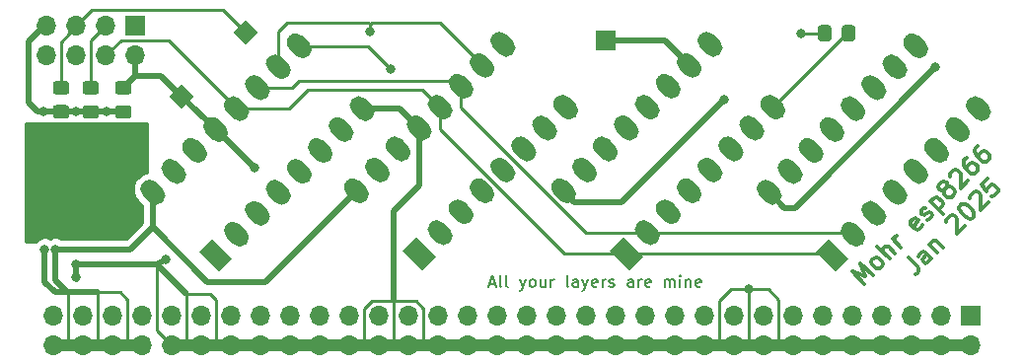
<source format=gbr>
%TF.GenerationSoftware,KiCad,Pcbnew,5.1.9+dfsg1-1+deb11u1*%
%TF.CreationDate,2025-02-02T16:03:13-08:00*%
%TF.ProjectId,esp01Expander,65737030-3145-4787-9061-6e6465722e6b,rev?*%
%TF.SameCoordinates,Original*%
%TF.FileFunction,Copper,L1,Top*%
%TF.FilePolarity,Positive*%
%FSLAX46Y46*%
G04 Gerber Fmt 4.6, Leading zero omitted, Abs format (unit mm)*
G04 Created by KiCad (PCBNEW 5.1.9+dfsg1-1+deb11u1) date 2025-02-02 16:03:13*
%MOMM*%
%LPD*%
G01*
G04 APERTURE LIST*
%TA.AperFunction,NonConductor*%
%ADD10C,0.200000*%
%TD*%
%TA.AperFunction,NonConductor*%
%ADD11C,0.300000*%
%TD*%
%TA.AperFunction,ComponentPad*%
%ADD12R,1.700000X1.700000*%
%TD*%
%TA.AperFunction,ComponentPad*%
%ADD13O,1.700000X1.700000*%
%TD*%
%TA.AperFunction,SMDPad,CuDef*%
%ADD14C,0.100000*%
%TD*%
%TA.AperFunction,ComponentPad*%
%ADD15C,0.100000*%
%TD*%
%TA.AperFunction,ViaPad*%
%ADD16C,0.800000*%
%TD*%
%TA.AperFunction,Conductor*%
%ADD17C,0.250000*%
%TD*%
%TA.AperFunction,Conductor*%
%ADD18C,1.000000*%
%TD*%
%TA.AperFunction,Conductor*%
%ADD19C,0.500000*%
%TD*%
%TA.AperFunction,Conductor*%
%ADD20C,0.254000*%
%TD*%
%TA.AperFunction,Conductor*%
%ADD21C,0.100000*%
%TD*%
G04 APERTURE END LIST*
D10*
X139494761Y-110402666D02*
X139970952Y-110402666D01*
X139399523Y-110688380D02*
X139732857Y-109688380D01*
X140066190Y-110688380D01*
X140542380Y-110688380D02*
X140447142Y-110640761D01*
X140399523Y-110545523D01*
X140399523Y-109688380D01*
X141066190Y-110688380D02*
X140970952Y-110640761D01*
X140923333Y-110545523D01*
X140923333Y-109688380D01*
X142113809Y-110021714D02*
X142351904Y-110688380D01*
X142590000Y-110021714D02*
X142351904Y-110688380D01*
X142256666Y-110926476D01*
X142209047Y-110974095D01*
X142113809Y-111021714D01*
X143113809Y-110688380D02*
X143018571Y-110640761D01*
X142970952Y-110593142D01*
X142923333Y-110497904D01*
X142923333Y-110212190D01*
X142970952Y-110116952D01*
X143018571Y-110069333D01*
X143113809Y-110021714D01*
X143256666Y-110021714D01*
X143351904Y-110069333D01*
X143399523Y-110116952D01*
X143447142Y-110212190D01*
X143447142Y-110497904D01*
X143399523Y-110593142D01*
X143351904Y-110640761D01*
X143256666Y-110688380D01*
X143113809Y-110688380D01*
X144304285Y-110021714D02*
X144304285Y-110688380D01*
X143875714Y-110021714D02*
X143875714Y-110545523D01*
X143923333Y-110640761D01*
X144018571Y-110688380D01*
X144161428Y-110688380D01*
X144256666Y-110640761D01*
X144304285Y-110593142D01*
X144780476Y-110688380D02*
X144780476Y-110021714D01*
X144780476Y-110212190D02*
X144828095Y-110116952D01*
X144875714Y-110069333D01*
X144970952Y-110021714D01*
X145066190Y-110021714D01*
X146304285Y-110688380D02*
X146209047Y-110640761D01*
X146161428Y-110545523D01*
X146161428Y-109688380D01*
X147113809Y-110688380D02*
X147113809Y-110164571D01*
X147066190Y-110069333D01*
X146970952Y-110021714D01*
X146780476Y-110021714D01*
X146685238Y-110069333D01*
X147113809Y-110640761D02*
X147018571Y-110688380D01*
X146780476Y-110688380D01*
X146685238Y-110640761D01*
X146637619Y-110545523D01*
X146637619Y-110450285D01*
X146685238Y-110355047D01*
X146780476Y-110307428D01*
X147018571Y-110307428D01*
X147113809Y-110259809D01*
X147494761Y-110021714D02*
X147732857Y-110688380D01*
X147970952Y-110021714D02*
X147732857Y-110688380D01*
X147637619Y-110926476D01*
X147590000Y-110974095D01*
X147494761Y-111021714D01*
X148732857Y-110640761D02*
X148637619Y-110688380D01*
X148447142Y-110688380D01*
X148351904Y-110640761D01*
X148304285Y-110545523D01*
X148304285Y-110164571D01*
X148351904Y-110069333D01*
X148447142Y-110021714D01*
X148637619Y-110021714D01*
X148732857Y-110069333D01*
X148780476Y-110164571D01*
X148780476Y-110259809D01*
X148304285Y-110355047D01*
X149209047Y-110688380D02*
X149209047Y-110021714D01*
X149209047Y-110212190D02*
X149256666Y-110116952D01*
X149304285Y-110069333D01*
X149399523Y-110021714D01*
X149494761Y-110021714D01*
X149780476Y-110640761D02*
X149875714Y-110688380D01*
X150066190Y-110688380D01*
X150161428Y-110640761D01*
X150209047Y-110545523D01*
X150209047Y-110497904D01*
X150161428Y-110402666D01*
X150066190Y-110355047D01*
X149923333Y-110355047D01*
X149828095Y-110307428D01*
X149780476Y-110212190D01*
X149780476Y-110164571D01*
X149828095Y-110069333D01*
X149923333Y-110021714D01*
X150066190Y-110021714D01*
X150161428Y-110069333D01*
X151828095Y-110688380D02*
X151828095Y-110164571D01*
X151780476Y-110069333D01*
X151685238Y-110021714D01*
X151494761Y-110021714D01*
X151399523Y-110069333D01*
X151828095Y-110640761D02*
X151732857Y-110688380D01*
X151494761Y-110688380D01*
X151399523Y-110640761D01*
X151351904Y-110545523D01*
X151351904Y-110450285D01*
X151399523Y-110355047D01*
X151494761Y-110307428D01*
X151732857Y-110307428D01*
X151828095Y-110259809D01*
X152304285Y-110688380D02*
X152304285Y-110021714D01*
X152304285Y-110212190D02*
X152351904Y-110116952D01*
X152399523Y-110069333D01*
X152494761Y-110021714D01*
X152590000Y-110021714D01*
X153304285Y-110640761D02*
X153209047Y-110688380D01*
X153018571Y-110688380D01*
X152923333Y-110640761D01*
X152875714Y-110545523D01*
X152875714Y-110164571D01*
X152923333Y-110069333D01*
X153018571Y-110021714D01*
X153209047Y-110021714D01*
X153304285Y-110069333D01*
X153351904Y-110164571D01*
X153351904Y-110259809D01*
X152875714Y-110355047D01*
X154542380Y-110688380D02*
X154542380Y-110021714D01*
X154542380Y-110116952D02*
X154590000Y-110069333D01*
X154685238Y-110021714D01*
X154828095Y-110021714D01*
X154923333Y-110069333D01*
X154970952Y-110164571D01*
X154970952Y-110688380D01*
X154970952Y-110164571D02*
X155018571Y-110069333D01*
X155113809Y-110021714D01*
X155256666Y-110021714D01*
X155351904Y-110069333D01*
X155399523Y-110164571D01*
X155399523Y-110688380D01*
X155875714Y-110688380D02*
X155875714Y-110021714D01*
X155875714Y-109688380D02*
X155828095Y-109736000D01*
X155875714Y-109783619D01*
X155923333Y-109736000D01*
X155875714Y-109688380D01*
X155875714Y-109783619D01*
X156351904Y-110021714D02*
X156351904Y-110688380D01*
X156351904Y-110116952D02*
X156399523Y-110069333D01*
X156494761Y-110021714D01*
X156637619Y-110021714D01*
X156732857Y-110069333D01*
X156780476Y-110164571D01*
X156780476Y-110688380D01*
X157637619Y-110640761D02*
X157542380Y-110688380D01*
X157351904Y-110688380D01*
X157256666Y-110640761D01*
X157209047Y-110545523D01*
X157209047Y-110164571D01*
X157256666Y-110069333D01*
X157351904Y-110021714D01*
X157542380Y-110021714D01*
X157637619Y-110069333D01*
X157685238Y-110164571D01*
X157685238Y-110259809D01*
X157209047Y-110355047D01*
D11*
X171694691Y-110417831D02*
X170634031Y-109357171D01*
X171745199Y-109761232D01*
X171341138Y-108650064D01*
X172401798Y-109710724D01*
X173058397Y-109054125D02*
X172906874Y-109104633D01*
X172805859Y-109104633D01*
X172654336Y-109054125D01*
X172351290Y-108751079D01*
X172300783Y-108599556D01*
X172300783Y-108498541D01*
X172351290Y-108347018D01*
X172502813Y-108195495D01*
X172654336Y-108144988D01*
X172755351Y-108144988D01*
X172906874Y-108195495D01*
X173209920Y-108498541D01*
X173260427Y-108650064D01*
X173260427Y-108751079D01*
X173209920Y-108902602D01*
X173058397Y-109054125D01*
X173866519Y-108246003D02*
X172805859Y-107185343D01*
X174321088Y-107791434D02*
X173765504Y-107235850D01*
X173613981Y-107185343D01*
X173462458Y-107235850D01*
X173310935Y-107387373D01*
X173260427Y-107538896D01*
X173260427Y-107639911D01*
X174826164Y-107286358D02*
X174119057Y-106579251D01*
X174321088Y-106781282D02*
X174270580Y-106629759D01*
X174270580Y-106528744D01*
X174321088Y-106377221D01*
X174422103Y-106276205D01*
X176644439Y-105367068D02*
X176593931Y-105518591D01*
X176391900Y-105720622D01*
X176240377Y-105771129D01*
X176088855Y-105720622D01*
X175684794Y-105316561D01*
X175634286Y-105165038D01*
X175684794Y-105013515D01*
X175886824Y-104811484D01*
X176038347Y-104760977D01*
X176189870Y-104811484D01*
X176290885Y-104912500D01*
X175886824Y-105518591D01*
X177099007Y-104912500D02*
X177250530Y-104861992D01*
X177452561Y-104659961D01*
X177503068Y-104508439D01*
X177452561Y-104356916D01*
X177402053Y-104306408D01*
X177250530Y-104255900D01*
X177099007Y-104306408D01*
X176947484Y-104457931D01*
X176795961Y-104508439D01*
X176644439Y-104457931D01*
X176593931Y-104407423D01*
X176543423Y-104255900D01*
X176593931Y-104104377D01*
X176745454Y-103952855D01*
X176896977Y-103902347D01*
X177351545Y-103346763D02*
X178412205Y-104407423D01*
X177402053Y-103397271D02*
X177452561Y-103245748D01*
X177654591Y-103043717D01*
X177806114Y-102993210D01*
X177907129Y-102993210D01*
X178058652Y-103043717D01*
X178361698Y-103346763D01*
X178412205Y-103498286D01*
X178412205Y-103599301D01*
X178361698Y-103750824D01*
X178159667Y-103952855D01*
X178008144Y-104003362D01*
X178563728Y-102336611D02*
X178412205Y-102387118D01*
X178311190Y-102387118D01*
X178159667Y-102336611D01*
X178109160Y-102286103D01*
X178058652Y-102134580D01*
X178058652Y-102033565D01*
X178109160Y-101882042D01*
X178311190Y-101680011D01*
X178462713Y-101629504D01*
X178563728Y-101629504D01*
X178715251Y-101680011D01*
X178765759Y-101730519D01*
X178816266Y-101882042D01*
X178816266Y-101983057D01*
X178765759Y-102134580D01*
X178563728Y-102336611D01*
X178513221Y-102488133D01*
X178513221Y-102589149D01*
X178563728Y-102740672D01*
X178765759Y-102942702D01*
X178917282Y-102993210D01*
X179018297Y-102993210D01*
X179169820Y-102942702D01*
X179371850Y-102740672D01*
X179422358Y-102589149D01*
X179422358Y-102488133D01*
X179371850Y-102336611D01*
X179169820Y-102134580D01*
X179018297Y-102084072D01*
X178917282Y-102084072D01*
X178765759Y-102134580D01*
X179018297Y-101174935D02*
X179018297Y-101073920D01*
X179068805Y-100922397D01*
X179321343Y-100669859D01*
X179472866Y-100619351D01*
X179573881Y-100619351D01*
X179725404Y-100669859D01*
X179826419Y-100770874D01*
X179927434Y-100972905D01*
X179927434Y-102185088D01*
X180584033Y-101528488D01*
X180432511Y-99558691D02*
X180230480Y-99760722D01*
X180179972Y-99912244D01*
X180179972Y-100013260D01*
X180230480Y-100265798D01*
X180382003Y-100518336D01*
X180786064Y-100922397D01*
X180937587Y-100972905D01*
X181038602Y-100972905D01*
X181190125Y-100922397D01*
X181392155Y-100720366D01*
X181442663Y-100568844D01*
X181442663Y-100467828D01*
X181392155Y-100316305D01*
X181139617Y-100063767D01*
X180988094Y-100013260D01*
X180887079Y-100013260D01*
X180735556Y-100063767D01*
X180533526Y-100265798D01*
X180483018Y-100417321D01*
X180483018Y-100518336D01*
X180533526Y-100669859D01*
X181442663Y-98548538D02*
X181240633Y-98750569D01*
X181190125Y-98902092D01*
X181190125Y-99003107D01*
X181240633Y-99255645D01*
X181392155Y-99508183D01*
X181796216Y-99912244D01*
X181947739Y-99962752D01*
X182048755Y-99962752D01*
X182200277Y-99912244D01*
X182402308Y-99710214D01*
X182452816Y-99558691D01*
X182452816Y-99457676D01*
X182402308Y-99306153D01*
X182149770Y-99053615D01*
X181998247Y-99003107D01*
X181897232Y-99003107D01*
X181745709Y-99053615D01*
X181543678Y-99255645D01*
X181493171Y-99407168D01*
X181493171Y-99508183D01*
X181543678Y-99659706D01*
X175442357Y-108155089D02*
X176199971Y-108912703D01*
X176300986Y-109114734D01*
X176300986Y-109316764D01*
X176199971Y-109518795D01*
X176098956Y-109619810D01*
X177462662Y-108256104D02*
X176907078Y-107700520D01*
X176755555Y-107650013D01*
X176604032Y-107700520D01*
X176402002Y-107902551D01*
X176351494Y-108054074D01*
X177412154Y-108205597D02*
X177361647Y-108357119D01*
X177109108Y-108609658D01*
X176957585Y-108660165D01*
X176806063Y-108609658D01*
X176705047Y-108508642D01*
X176654540Y-108357119D01*
X176705047Y-108205597D01*
X176957585Y-107953058D01*
X177008093Y-107801536D01*
X177260631Y-107043921D02*
X177967738Y-107751028D01*
X177361647Y-107144936D02*
X177361647Y-107043921D01*
X177412154Y-106892398D01*
X177563677Y-106740875D01*
X177715200Y-106690368D01*
X177866723Y-106740875D01*
X178422307Y-107296459D01*
X178725352Y-105074124D02*
X178725352Y-104973108D01*
X178775860Y-104821585D01*
X179028398Y-104569047D01*
X179179921Y-104518540D01*
X179280936Y-104518540D01*
X179432459Y-104569047D01*
X179533474Y-104670063D01*
X179634490Y-104872093D01*
X179634490Y-106084276D01*
X180291089Y-105427677D01*
X179887028Y-103710418D02*
X179988043Y-103609402D01*
X180139566Y-103558895D01*
X180240581Y-103558895D01*
X180392104Y-103609402D01*
X180644642Y-103760925D01*
X180897180Y-104013463D01*
X181048703Y-104266002D01*
X181099211Y-104417524D01*
X181099211Y-104518540D01*
X181048703Y-104670063D01*
X180947688Y-104771078D01*
X180796165Y-104821585D01*
X180695150Y-104821585D01*
X180543627Y-104771078D01*
X180291089Y-104619555D01*
X180038551Y-104367017D01*
X179887028Y-104114479D01*
X179836520Y-103962956D01*
X179836520Y-103861941D01*
X179887028Y-103710418D01*
X180745658Y-103053819D02*
X180745658Y-102952803D01*
X180796165Y-102801280D01*
X181048703Y-102548742D01*
X181200226Y-102498235D01*
X181301241Y-102498235D01*
X181452764Y-102548742D01*
X181553780Y-102649758D01*
X181654795Y-102851788D01*
X181654795Y-104063971D01*
X182311394Y-103407372D01*
X182210379Y-101387067D02*
X181705302Y-101892143D01*
X182159871Y-102447727D01*
X182159871Y-102346712D01*
X182210379Y-102195189D01*
X182462917Y-101942651D01*
X182614440Y-101892143D01*
X182715455Y-101892143D01*
X182866978Y-101942651D01*
X183119516Y-102195189D01*
X183170024Y-102346712D01*
X183170024Y-102447727D01*
X183119516Y-102599250D01*
X182866978Y-102851788D01*
X182715455Y-102902296D01*
X182614440Y-102902296D01*
D12*
%TO.P,J3,1*%
%TO.N,Net-(J3-Pad1)*%
X149479000Y-89535000D03*
%TD*%
D13*
%TO.P,J2,8*%
%TO.N,Net-(J2-Pad8)*%
X101473000Y-90805000D03*
%TO.P,J2,7*%
%TO.N,+3V3*%
X101473000Y-88265000D03*
%TO.P,J2,6*%
%TO.N,Net-(J2-Pad6)*%
X104013000Y-90805000D03*
%TO.P,J2,5*%
%TO.N,Net-(J2-Pad5)*%
X104013000Y-88265000D03*
%TO.P,J2,4*%
%TO.N,Net-(J2-Pad4)*%
X106553000Y-90805000D03*
%TO.P,J2,3*%
%TO.N,Net-(J2-Pad3)*%
X106553000Y-88265000D03*
%TO.P,J2,2*%
%TO.N,GND*%
X109093000Y-90805000D03*
D12*
%TO.P,J2,1*%
%TO.N,Net-(J2-Pad1)*%
X109093000Y-88265000D03*
%TD*%
%TO.P,C2,2*%
%TO.N,GND*%
%TA.AperFunction,SMDPad,CuDef*%
G36*
G01*
X108527001Y-94174000D02*
X107626999Y-94174000D01*
G75*
G02*
X107377000Y-93924001I0J249999D01*
G01*
X107377000Y-93273999D01*
G75*
G02*
X107626999Y-93024000I249999J0D01*
G01*
X108527001Y-93024000D01*
G75*
G02*
X108777000Y-93273999I0J-249999D01*
G01*
X108777000Y-93924001D01*
G75*
G02*
X108527001Y-94174000I-249999J0D01*
G01*
G37*
%TD.AperFunction*%
%TO.P,C2,1*%
%TO.N,+3V3*%
%TA.AperFunction,SMDPad,CuDef*%
G36*
G01*
X108527001Y-96224000D02*
X107626999Y-96224000D01*
G75*
G02*
X107377000Y-95974001I0J249999D01*
G01*
X107377000Y-95323999D01*
G75*
G02*
X107626999Y-95074000I249999J0D01*
G01*
X108527001Y-95074000D01*
G75*
G02*
X108777000Y-95323999I0J-249999D01*
G01*
X108777000Y-95974001D01*
G75*
G02*
X108527001Y-96224000I-249999J0D01*
G01*
G37*
%TD.AperFunction*%
%TD*%
%TO.P,D1,2*%
%TO.N,Net-(D1-Pad2)*%
%TA.AperFunction,SMDPad,CuDef*%
G36*
G01*
X168850000Y-88449999D02*
X168850000Y-89350001D01*
G75*
G02*
X168600001Y-89600000I-249999J0D01*
G01*
X167949999Y-89600000D01*
G75*
G02*
X167700000Y-89350001I0J249999D01*
G01*
X167700000Y-88449999D01*
G75*
G02*
X167949999Y-88200000I249999J0D01*
G01*
X168600001Y-88200000D01*
G75*
G02*
X168850000Y-88449999I0J-249999D01*
G01*
G37*
%TD.AperFunction*%
%TO.P,D1,1*%
%TO.N,GND*%
%TA.AperFunction,SMDPad,CuDef*%
G36*
G01*
X170900000Y-88449999D02*
X170900000Y-89350001D01*
G75*
G02*
X170650001Y-89600000I-249999J0D01*
G01*
X169999999Y-89600000D01*
G75*
G02*
X169750000Y-89350001I0J249999D01*
G01*
X169750000Y-88449999D01*
G75*
G02*
X169999999Y-88200000I249999J0D01*
G01*
X170650001Y-88200000D01*
G75*
G02*
X170900000Y-88449999I0J-249999D01*
G01*
G37*
%TD.AperFunction*%
%TD*%
%TA.AperFunction,SMDPad,CuDef*%
D14*
%TO.P,SW1,2*%
%TO.N,GND*%
G36*
X113066284Y-93264056D02*
G01*
X114126944Y-94324716D01*
X113066284Y-95385376D01*
X112005624Y-94324716D01*
X113066284Y-93264056D01*
G37*
%TD.AperFunction*%
%TA.AperFunction,SMDPad,CuDef*%
%TO.P,SW1,1*%
%TO.N,Net-(J2-Pad5)*%
G36*
X118581716Y-87748624D02*
G01*
X119642376Y-88809284D01*
X118581716Y-89869944D01*
X117521056Y-88809284D01*
X118581716Y-87748624D01*
G37*
%TD.AperFunction*%
%TD*%
%TO.P,R3,2*%
%TO.N,+3V3*%
%TA.AperFunction,SMDPad,CuDef*%
G36*
G01*
X102292999Y-95065000D02*
X103193001Y-95065000D01*
G75*
G02*
X103443000Y-95314999I0J-249999D01*
G01*
X103443000Y-95965001D01*
G75*
G02*
X103193001Y-96215000I-249999J0D01*
G01*
X102292999Y-96215000D01*
G75*
G02*
X102043000Y-95965001I0J249999D01*
G01*
X102043000Y-95314999D01*
G75*
G02*
X102292999Y-95065000I249999J0D01*
G01*
G37*
%TD.AperFunction*%
%TO.P,R3,1*%
%TO.N,Net-(J2-Pad5)*%
%TA.AperFunction,SMDPad,CuDef*%
G36*
G01*
X102292999Y-93015000D02*
X103193001Y-93015000D01*
G75*
G02*
X103443000Y-93264999I0J-249999D01*
G01*
X103443000Y-93915001D01*
G75*
G02*
X103193001Y-94165000I-249999J0D01*
G01*
X102292999Y-94165000D01*
G75*
G02*
X102043000Y-93915001I0J249999D01*
G01*
X102043000Y-93264999D01*
G75*
G02*
X102292999Y-93015000I249999J0D01*
G01*
G37*
%TD.AperFunction*%
%TD*%
%TO.P,R2,2*%
%TO.N,+3V3*%
%TA.AperFunction,SMDPad,CuDef*%
G36*
G01*
X104832999Y-95074000D02*
X105733001Y-95074000D01*
G75*
G02*
X105983000Y-95323999I0J-249999D01*
G01*
X105983000Y-95974001D01*
G75*
G02*
X105733001Y-96224000I-249999J0D01*
G01*
X104832999Y-96224000D01*
G75*
G02*
X104583000Y-95974001I0J249999D01*
G01*
X104583000Y-95323999D01*
G75*
G02*
X104832999Y-95074000I249999J0D01*
G01*
G37*
%TD.AperFunction*%
%TO.P,R2,1*%
%TO.N,Net-(J2-Pad3)*%
%TA.AperFunction,SMDPad,CuDef*%
G36*
G01*
X104832999Y-93024000D02*
X105733001Y-93024000D01*
G75*
G02*
X105983000Y-93273999I0J-249999D01*
G01*
X105983000Y-93924001D01*
G75*
G02*
X105733001Y-94174000I-249999J0D01*
G01*
X104832999Y-94174000D01*
G75*
G02*
X104583000Y-93924001I0J249999D01*
G01*
X104583000Y-93273999D01*
G75*
G02*
X104832999Y-93024000I249999J0D01*
G01*
G37*
%TD.AperFunction*%
%TD*%
%TO.P,U4,16*%
%TO.N,+5V*%
%TA.AperFunction,ComponentPad*%
G36*
G01*
X164370374Y-103410374D02*
X164370374Y-103410374D01*
G75*
G02*
X163239004Y-103410374I-565685J565685D01*
G01*
X162673318Y-102844688D01*
G75*
G02*
X162673318Y-101713318I565685J565685D01*
G01*
X162673318Y-101713318D01*
G75*
G02*
X163804688Y-101713318I565685J-565685D01*
G01*
X164370374Y-102279004D01*
G75*
G02*
X164370374Y-103410374I-565685J-565685D01*
G01*
G37*
%TD.AperFunction*%
%TO.P,U4,8*%
%TO.N,GND*%
%TA.AperFunction,ComponentPad*%
G36*
G01*
X182330887Y-96226169D02*
X182330887Y-96226169D01*
G75*
G02*
X181199517Y-96226169I-565685J565685D01*
G01*
X180633831Y-95660483D01*
G75*
G02*
X180633831Y-94529113I565685J565685D01*
G01*
X180633831Y-94529113D01*
G75*
G02*
X181765201Y-94529113I565685J-565685D01*
G01*
X182330887Y-95094799D01*
G75*
G02*
X182330887Y-96226169I-565685J-565685D01*
G01*
G37*
%TD.AperFunction*%
%TO.P,U4,15*%
%TA.AperFunction,ComponentPad*%
G36*
G01*
X166166426Y-101614323D02*
X166166426Y-101614323D01*
G75*
G02*
X165035056Y-101614323I-565685J565685D01*
G01*
X164469370Y-101048637D01*
G75*
G02*
X164469370Y-99917267I565685J565685D01*
G01*
X164469370Y-99917267D01*
G75*
G02*
X165600740Y-99917267I565685J-565685D01*
G01*
X166166426Y-100482953D01*
G75*
G02*
X166166426Y-101614323I-565685J-565685D01*
G01*
G37*
%TD.AperFunction*%
%TO.P,U4,7*%
%TO.N,Net-(U4-Pad7)*%
%TA.AperFunction,ComponentPad*%
G36*
G01*
X180534835Y-98022221D02*
X180534835Y-98022221D01*
G75*
G02*
X179403465Y-98022221I-565685J565685D01*
G01*
X178837779Y-97456535D01*
G75*
G02*
X178837779Y-96325165I565685J565685D01*
G01*
X178837779Y-96325165D01*
G75*
G02*
X179969149Y-96325165I565685J-565685D01*
G01*
X180534835Y-96890851D01*
G75*
G02*
X180534835Y-98022221I-565685J-565685D01*
G01*
G37*
%TD.AperFunction*%
%TO.P,U4,14*%
%TO.N,Net-(J1-Pad9)*%
%TA.AperFunction,ComponentPad*%
G36*
G01*
X167962477Y-99818272D02*
X167962477Y-99818272D01*
G75*
G02*
X166831107Y-99818272I-565685J565685D01*
G01*
X166265421Y-99252586D01*
G75*
G02*
X166265421Y-98121216I565685J565685D01*
G01*
X166265421Y-98121216D01*
G75*
G02*
X167396791Y-98121216I565685J-565685D01*
G01*
X167962477Y-98686902D01*
G75*
G02*
X167962477Y-99818272I-565685J-565685D01*
G01*
G37*
%TD.AperFunction*%
%TO.P,U4,6*%
%TO.N,Net-(J1-Pad1)*%
%TA.AperFunction,ComponentPad*%
G36*
G01*
X178738784Y-99818272D02*
X178738784Y-99818272D01*
G75*
G02*
X177607414Y-99818272I-565685J565685D01*
G01*
X177041728Y-99252586D01*
G75*
G02*
X177041728Y-98121216I565685J565685D01*
G01*
X177041728Y-98121216D01*
G75*
G02*
X178173098Y-98121216I565685J-565685D01*
G01*
X178738784Y-98686902D01*
G75*
G02*
X178738784Y-99818272I-565685J-565685D01*
G01*
G37*
%TD.AperFunction*%
%TO.P,U4,13*%
%TO.N,Net-(J1-Pad11)*%
%TA.AperFunction,ComponentPad*%
G36*
G01*
X169758528Y-98022221D02*
X169758528Y-98022221D01*
G75*
G02*
X168627158Y-98022221I-565685J565685D01*
G01*
X168061472Y-97456535D01*
G75*
G02*
X168061472Y-96325165I565685J565685D01*
G01*
X168061472Y-96325165D01*
G75*
G02*
X169192842Y-96325165I565685J-565685D01*
G01*
X169758528Y-96890851D01*
G75*
G02*
X169758528Y-98022221I-565685J-565685D01*
G01*
G37*
%TD.AperFunction*%
%TO.P,U4,5*%
%TO.N,Net-(J1-Pad3)*%
%TA.AperFunction,ComponentPad*%
G36*
G01*
X176942733Y-101614323D02*
X176942733Y-101614323D01*
G75*
G02*
X175811363Y-101614323I-565685J565685D01*
G01*
X175245677Y-101048637D01*
G75*
G02*
X175245677Y-99917267I565685J565685D01*
G01*
X175245677Y-99917267D01*
G75*
G02*
X176377047Y-99917267I565685J-565685D01*
G01*
X176942733Y-100482953D01*
G75*
G02*
X176942733Y-101614323I-565685J-565685D01*
G01*
G37*
%TD.AperFunction*%
%TO.P,U4,12*%
%TO.N,Net-(J1-Pad13)*%
%TA.AperFunction,ComponentPad*%
G36*
G01*
X171554579Y-96226169D02*
X171554579Y-96226169D01*
G75*
G02*
X170423209Y-96226169I-565685J565685D01*
G01*
X169857523Y-95660483D01*
G75*
G02*
X169857523Y-94529113I565685J565685D01*
G01*
X169857523Y-94529113D01*
G75*
G02*
X170988893Y-94529113I565685J-565685D01*
G01*
X171554579Y-95094799D01*
G75*
G02*
X171554579Y-96226169I-565685J-565685D01*
G01*
G37*
%TD.AperFunction*%
%TO.P,U4,4*%
%TO.N,Net-(J1-Pad5)*%
%TA.AperFunction,ComponentPad*%
G36*
G01*
X175146682Y-103410374D02*
X175146682Y-103410374D01*
G75*
G02*
X174015312Y-103410374I-565685J565685D01*
G01*
X173449626Y-102844688D01*
G75*
G02*
X173449626Y-101713318I565685J565685D01*
G01*
X173449626Y-101713318D01*
G75*
G02*
X174580996Y-101713318I565685J-565685D01*
G01*
X175146682Y-102279004D01*
G75*
G02*
X175146682Y-103410374I-565685J-565685D01*
G01*
G37*
%TD.AperFunction*%
%TO.P,U4,11*%
%TO.N,Net-(J1-Pad15)*%
%TA.AperFunction,ComponentPad*%
G36*
G01*
X173350630Y-94430118D02*
X173350630Y-94430118D01*
G75*
G02*
X172219260Y-94430118I-565685J565685D01*
G01*
X171653574Y-93864432D01*
G75*
G02*
X171653574Y-92733062I565685J565685D01*
G01*
X171653574Y-92733062D01*
G75*
G02*
X172784944Y-92733062I565685J-565685D01*
G01*
X173350630Y-93298748D01*
G75*
G02*
X173350630Y-94430118I-565685J-565685D01*
G01*
G37*
%TD.AperFunction*%
%TO.P,U4,3*%
%TO.N,Net-(J1-Pad7)*%
%TA.AperFunction,ComponentPad*%
G36*
G01*
X173350630Y-105206426D02*
X173350630Y-105206426D01*
G75*
G02*
X172219260Y-105206426I-565685J565685D01*
G01*
X171653574Y-104640740D01*
G75*
G02*
X171653574Y-103509370I565685J565685D01*
G01*
X171653574Y-103509370D01*
G75*
G02*
X172784944Y-103509370I565685J-565685D01*
G01*
X173350630Y-104075056D01*
G75*
G02*
X173350630Y-105206426I-565685J-565685D01*
G01*
G37*
%TD.AperFunction*%
%TO.P,U4,10*%
%TO.N,Net-(U3-Pad9)*%
%TA.AperFunction,ComponentPad*%
G36*
G01*
X175146682Y-92634067D02*
X175146682Y-92634067D01*
G75*
G02*
X174015312Y-92634067I-565685J565685D01*
G01*
X173449626Y-92068381D01*
G75*
G02*
X173449626Y-90937011I565685J565685D01*
G01*
X173449626Y-90937011D01*
G75*
G02*
X174580996Y-90937011I565685J-565685D01*
G01*
X175146682Y-91502697D01*
G75*
G02*
X175146682Y-92634067I-565685J-565685D01*
G01*
G37*
%TD.AperFunction*%
%TO.P,U4,2*%
%TO.N,Net-(J2-Pad6)*%
%TA.AperFunction,ComponentPad*%
G36*
G01*
X171554579Y-107002477D02*
X171554579Y-107002477D01*
G75*
G02*
X170423209Y-107002477I-565685J565685D01*
G01*
X169857523Y-106436791D01*
G75*
G02*
X169857523Y-105305421I565685J565685D01*
G01*
X169857523Y-105305421D01*
G75*
G02*
X170988893Y-105305421I565685J-565685D01*
G01*
X171554579Y-105871107D01*
G75*
G02*
X171554579Y-107002477I-565685J-565685D01*
G01*
G37*
%TD.AperFunction*%
%TO.P,U4,9*%
%TO.N,Net-(R4-Pad1)*%
%TA.AperFunction,ComponentPad*%
G36*
G01*
X176942733Y-90838016D02*
X176942733Y-90838016D01*
G75*
G02*
X175811363Y-90838016I-565685J565685D01*
G01*
X175245677Y-90272330D01*
G75*
G02*
X175245677Y-89140960I565685J565685D01*
G01*
X175245677Y-89140960D01*
G75*
G02*
X176377047Y-89140960I565685J-565685D01*
G01*
X176942733Y-89706646D01*
G75*
G02*
X176942733Y-90838016I-565685J-565685D01*
G01*
G37*
%TD.AperFunction*%
%TA.AperFunction,ComponentPad*%
D15*
%TO.P,U4,1*%
%TO.N,Net-(J2-Pad4)*%
G36*
X170324214Y-108232843D02*
G01*
X169192843Y-109364214D01*
X167495786Y-107667157D01*
X168627157Y-106535786D01*
X170324214Y-108232843D01*
G37*
%TD.AperFunction*%
%TD*%
%TO.P,U3,16*%
%TO.N,+5V*%
%TA.AperFunction,ComponentPad*%
G36*
G01*
X146718015Y-103282733D02*
X146718015Y-103282733D01*
G75*
G02*
X145586645Y-103282733I-565685J565685D01*
G01*
X145020959Y-102717047D01*
G75*
G02*
X145020959Y-101585677I565685J565685D01*
G01*
X145020959Y-101585677D01*
G75*
G02*
X146152329Y-101585677I565685J-565685D01*
G01*
X146718015Y-102151363D01*
G75*
G02*
X146718015Y-103282733I-565685J-565685D01*
G01*
G37*
%TD.AperFunction*%
%TO.P,U3,8*%
%TO.N,GND*%
%TA.AperFunction,ComponentPad*%
G36*
G01*
X164678528Y-96098528D02*
X164678528Y-96098528D01*
G75*
G02*
X163547158Y-96098528I-565685J565685D01*
G01*
X162981472Y-95532842D01*
G75*
G02*
X162981472Y-94401472I565685J565685D01*
G01*
X162981472Y-94401472D01*
G75*
G02*
X164112842Y-94401472I565685J-565685D01*
G01*
X164678528Y-94967158D01*
G75*
G02*
X164678528Y-96098528I-565685J-565685D01*
G01*
G37*
%TD.AperFunction*%
%TO.P,U3,15*%
%TA.AperFunction,ComponentPad*%
G36*
G01*
X148514067Y-101486682D02*
X148514067Y-101486682D01*
G75*
G02*
X147382697Y-101486682I-565685J565685D01*
G01*
X146817011Y-100920996D01*
G75*
G02*
X146817011Y-99789626I565685J565685D01*
G01*
X146817011Y-99789626D01*
G75*
G02*
X147948381Y-99789626I565685J-565685D01*
G01*
X148514067Y-100355312D01*
G75*
G02*
X148514067Y-101486682I-565685J-565685D01*
G01*
G37*
%TD.AperFunction*%
%TO.P,U3,7*%
%TO.N,Net-(U3-Pad7)*%
%TA.AperFunction,ComponentPad*%
G36*
G01*
X162882476Y-97894580D02*
X162882476Y-97894580D01*
G75*
G02*
X161751106Y-97894580I-565685J565685D01*
G01*
X161185420Y-97328894D01*
G75*
G02*
X161185420Y-96197524I565685J565685D01*
G01*
X161185420Y-96197524D01*
G75*
G02*
X162316790Y-96197524I565685J-565685D01*
G01*
X162882476Y-96763210D01*
G75*
G02*
X162882476Y-97894580I-565685J-565685D01*
G01*
G37*
%TD.AperFunction*%
%TO.P,U3,14*%
%TO.N,Net-(J1-Pad25)*%
%TA.AperFunction,ComponentPad*%
G36*
G01*
X150310118Y-99690631D02*
X150310118Y-99690631D01*
G75*
G02*
X149178748Y-99690631I-565685J565685D01*
G01*
X148613062Y-99124945D01*
G75*
G02*
X148613062Y-97993575I565685J565685D01*
G01*
X148613062Y-97993575D01*
G75*
G02*
X149744432Y-97993575I565685J-565685D01*
G01*
X150310118Y-98559261D01*
G75*
G02*
X150310118Y-99690631I-565685J-565685D01*
G01*
G37*
%TD.AperFunction*%
%TO.P,U3,6*%
%TO.N,Net-(J1-Pad17)*%
%TA.AperFunction,ComponentPad*%
G36*
G01*
X161086425Y-99690631D02*
X161086425Y-99690631D01*
G75*
G02*
X159955055Y-99690631I-565685J565685D01*
G01*
X159389369Y-99124945D01*
G75*
G02*
X159389369Y-97993575I565685J565685D01*
G01*
X159389369Y-97993575D01*
G75*
G02*
X160520739Y-97993575I565685J-565685D01*
G01*
X161086425Y-98559261D01*
G75*
G02*
X161086425Y-99690631I-565685J-565685D01*
G01*
G37*
%TD.AperFunction*%
%TO.P,U3,13*%
%TO.N,Net-(J1-Pad27)*%
%TA.AperFunction,ComponentPad*%
G36*
G01*
X152106169Y-97894580D02*
X152106169Y-97894580D01*
G75*
G02*
X150974799Y-97894580I-565685J565685D01*
G01*
X150409113Y-97328894D01*
G75*
G02*
X150409113Y-96197524I565685J565685D01*
G01*
X150409113Y-96197524D01*
G75*
G02*
X151540483Y-96197524I565685J-565685D01*
G01*
X152106169Y-96763210D01*
G75*
G02*
X152106169Y-97894580I-565685J-565685D01*
G01*
G37*
%TD.AperFunction*%
%TO.P,U3,5*%
%TO.N,Net-(J1-Pad19)*%
%TA.AperFunction,ComponentPad*%
G36*
G01*
X159290374Y-101486682D02*
X159290374Y-101486682D01*
G75*
G02*
X158159004Y-101486682I-565685J565685D01*
G01*
X157593318Y-100920996D01*
G75*
G02*
X157593318Y-99789626I565685J565685D01*
G01*
X157593318Y-99789626D01*
G75*
G02*
X158724688Y-99789626I565685J-565685D01*
G01*
X159290374Y-100355312D01*
G75*
G02*
X159290374Y-101486682I-565685J-565685D01*
G01*
G37*
%TD.AperFunction*%
%TO.P,U3,12*%
%TO.N,Net-(J1-Pad29)*%
%TA.AperFunction,ComponentPad*%
G36*
G01*
X153902220Y-96098528D02*
X153902220Y-96098528D01*
G75*
G02*
X152770850Y-96098528I-565685J565685D01*
G01*
X152205164Y-95532842D01*
G75*
G02*
X152205164Y-94401472I565685J565685D01*
G01*
X152205164Y-94401472D01*
G75*
G02*
X153336534Y-94401472I565685J-565685D01*
G01*
X153902220Y-94967158D01*
G75*
G02*
X153902220Y-96098528I-565685J-565685D01*
G01*
G37*
%TD.AperFunction*%
%TO.P,U3,4*%
%TO.N,Net-(J1-Pad21)*%
%TA.AperFunction,ComponentPad*%
G36*
G01*
X157494323Y-103282733D02*
X157494323Y-103282733D01*
G75*
G02*
X156362953Y-103282733I-565685J565685D01*
G01*
X155797267Y-102717047D01*
G75*
G02*
X155797267Y-101585677I565685J565685D01*
G01*
X155797267Y-101585677D01*
G75*
G02*
X156928637Y-101585677I565685J-565685D01*
G01*
X157494323Y-102151363D01*
G75*
G02*
X157494323Y-103282733I-565685J-565685D01*
G01*
G37*
%TD.AperFunction*%
%TO.P,U3,11*%
%TO.N,Net-(J1-Pad31)*%
%TA.AperFunction,ComponentPad*%
G36*
G01*
X155698271Y-94302477D02*
X155698271Y-94302477D01*
G75*
G02*
X154566901Y-94302477I-565685J565685D01*
G01*
X154001215Y-93736791D01*
G75*
G02*
X154001215Y-92605421I565685J565685D01*
G01*
X154001215Y-92605421D01*
G75*
G02*
X155132585Y-92605421I565685J-565685D01*
G01*
X155698271Y-93171107D01*
G75*
G02*
X155698271Y-94302477I-565685J-565685D01*
G01*
G37*
%TD.AperFunction*%
%TO.P,U3,3*%
%TO.N,Net-(J1-Pad23)*%
%TA.AperFunction,ComponentPad*%
G36*
G01*
X155698271Y-105078785D02*
X155698271Y-105078785D01*
G75*
G02*
X154566901Y-105078785I-565685J565685D01*
G01*
X154001215Y-104513099D01*
G75*
G02*
X154001215Y-103381729I565685J565685D01*
G01*
X154001215Y-103381729D01*
G75*
G02*
X155132585Y-103381729I565685J-565685D01*
G01*
X155698271Y-103947415D01*
G75*
G02*
X155698271Y-105078785I-565685J-565685D01*
G01*
G37*
%TD.AperFunction*%
%TO.P,U3,10*%
%TO.N,Net-(J3-Pad1)*%
%TA.AperFunction,ComponentPad*%
G36*
G01*
X157494323Y-92506426D02*
X157494323Y-92506426D01*
G75*
G02*
X156362953Y-92506426I-565685J565685D01*
G01*
X155797267Y-91940740D01*
G75*
G02*
X155797267Y-90809370I565685J565685D01*
G01*
X155797267Y-90809370D01*
G75*
G02*
X156928637Y-90809370I565685J-565685D01*
G01*
X157494323Y-91375056D01*
G75*
G02*
X157494323Y-92506426I-565685J-565685D01*
G01*
G37*
%TD.AperFunction*%
%TO.P,U3,2*%
%TO.N,Net-(J2-Pad6)*%
%TA.AperFunction,ComponentPad*%
G36*
G01*
X153902220Y-106874836D02*
X153902220Y-106874836D01*
G75*
G02*
X152770850Y-106874836I-565685J565685D01*
G01*
X152205164Y-106309150D01*
G75*
G02*
X152205164Y-105177780I565685J565685D01*
G01*
X152205164Y-105177780D01*
G75*
G02*
X153336534Y-105177780I565685J-565685D01*
G01*
X153902220Y-105743466D01*
G75*
G02*
X153902220Y-106874836I-565685J-565685D01*
G01*
G37*
%TD.AperFunction*%
%TO.P,U3,9*%
%TO.N,Net-(U3-Pad9)*%
%TA.AperFunction,ComponentPad*%
G36*
G01*
X159290374Y-90710375D02*
X159290374Y-90710375D01*
G75*
G02*
X158159004Y-90710375I-565685J565685D01*
G01*
X157593318Y-90144689D01*
G75*
G02*
X157593318Y-89013319I565685J565685D01*
G01*
X157593318Y-89013319D01*
G75*
G02*
X158724688Y-89013319I565685J-565685D01*
G01*
X159290374Y-89579005D01*
G75*
G02*
X159290374Y-90710375I-565685J-565685D01*
G01*
G37*
%TD.AperFunction*%
%TA.AperFunction,ComponentPad*%
%TO.P,U3,1*%
%TO.N,Net-(J2-Pad4)*%
G36*
X152671855Y-108105202D02*
G01*
X151540484Y-109236573D01*
X149843427Y-107539516D01*
X150974798Y-106408145D01*
X152671855Y-108105202D01*
G37*
%TD.AperFunction*%
%TD*%
%TO.P,U2,16*%
%TO.N,+5V*%
%TA.AperFunction,ComponentPad*%
G36*
G01*
X128938015Y-103282733D02*
X128938015Y-103282733D01*
G75*
G02*
X127806645Y-103282733I-565685J565685D01*
G01*
X127240959Y-102717047D01*
G75*
G02*
X127240959Y-101585677I565685J565685D01*
G01*
X127240959Y-101585677D01*
G75*
G02*
X128372329Y-101585677I565685J-565685D01*
G01*
X128938015Y-102151363D01*
G75*
G02*
X128938015Y-103282733I-565685J-565685D01*
G01*
G37*
%TD.AperFunction*%
%TO.P,U2,8*%
%TO.N,GND*%
%TA.AperFunction,ComponentPad*%
G36*
G01*
X146898528Y-96098528D02*
X146898528Y-96098528D01*
G75*
G02*
X145767158Y-96098528I-565685J565685D01*
G01*
X145201472Y-95532842D01*
G75*
G02*
X145201472Y-94401472I565685J565685D01*
G01*
X145201472Y-94401472D01*
G75*
G02*
X146332842Y-94401472I565685J-565685D01*
G01*
X146898528Y-94967158D01*
G75*
G02*
X146898528Y-96098528I-565685J-565685D01*
G01*
G37*
%TD.AperFunction*%
%TO.P,U2,15*%
%TO.N,Net-(J1-Pad47)*%
%TA.AperFunction,ComponentPad*%
G36*
G01*
X130734067Y-101486682D02*
X130734067Y-101486682D01*
G75*
G02*
X129602697Y-101486682I-565685J565685D01*
G01*
X129037011Y-100920996D01*
G75*
G02*
X129037011Y-99789626I565685J565685D01*
G01*
X129037011Y-99789626D01*
G75*
G02*
X130168381Y-99789626I565685J-565685D01*
G01*
X130734067Y-100355312D01*
G75*
G02*
X130734067Y-101486682I-565685J-565685D01*
G01*
G37*
%TD.AperFunction*%
%TO.P,U2,7*%
%TO.N,Net-(J1-Pad33)*%
%TA.AperFunction,ComponentPad*%
G36*
G01*
X145102476Y-97894580D02*
X145102476Y-97894580D01*
G75*
G02*
X143971106Y-97894580I-565685J565685D01*
G01*
X143405420Y-97328894D01*
G75*
G02*
X143405420Y-96197524I565685J565685D01*
G01*
X143405420Y-96197524D01*
G75*
G02*
X144536790Y-96197524I565685J-565685D01*
G01*
X145102476Y-96763210D01*
G75*
G02*
X145102476Y-97894580I-565685J-565685D01*
G01*
G37*
%TD.AperFunction*%
%TO.P,U2,14*%
%TO.N,Net-(U1-Pad9)*%
%TA.AperFunction,ComponentPad*%
G36*
G01*
X132530118Y-99690631D02*
X132530118Y-99690631D01*
G75*
G02*
X131398748Y-99690631I-565685J565685D01*
G01*
X130833062Y-99124945D01*
G75*
G02*
X130833062Y-97993575I565685J565685D01*
G01*
X130833062Y-97993575D01*
G75*
G02*
X131964432Y-97993575I565685J-565685D01*
G01*
X132530118Y-98559261D01*
G75*
G02*
X132530118Y-99690631I-565685J-565685D01*
G01*
G37*
%TD.AperFunction*%
%TO.P,U2,6*%
%TO.N,Net-(J1-Pad35)*%
%TA.AperFunction,ComponentPad*%
G36*
G01*
X143306425Y-99690631D02*
X143306425Y-99690631D01*
G75*
G02*
X142175055Y-99690631I-565685J565685D01*
G01*
X141609369Y-99124945D01*
G75*
G02*
X141609369Y-97993575I565685J565685D01*
G01*
X141609369Y-97993575D01*
G75*
G02*
X142740739Y-97993575I565685J-565685D01*
G01*
X143306425Y-98559261D01*
G75*
G02*
X143306425Y-99690631I-565685J-565685D01*
G01*
G37*
%TD.AperFunction*%
%TO.P,U2,13*%
%TO.N,GND*%
%TA.AperFunction,ComponentPad*%
G36*
G01*
X134326169Y-97894580D02*
X134326169Y-97894580D01*
G75*
G02*
X133194799Y-97894580I-565685J565685D01*
G01*
X132629113Y-97328894D01*
G75*
G02*
X132629113Y-96197524I565685J565685D01*
G01*
X132629113Y-96197524D01*
G75*
G02*
X133760483Y-96197524I565685J-565685D01*
G01*
X134326169Y-96763210D01*
G75*
G02*
X134326169Y-97894580I-565685J-565685D01*
G01*
G37*
%TD.AperFunction*%
%TO.P,U2,5*%
%TO.N,Net-(J1-Pad37)*%
%TA.AperFunction,ComponentPad*%
G36*
G01*
X141510374Y-101486682D02*
X141510374Y-101486682D01*
G75*
G02*
X140379004Y-101486682I-565685J565685D01*
G01*
X139813318Y-100920996D01*
G75*
G02*
X139813318Y-99789626I565685J565685D01*
G01*
X139813318Y-99789626D01*
G75*
G02*
X140944688Y-99789626I565685J-565685D01*
G01*
X141510374Y-100355312D01*
G75*
G02*
X141510374Y-101486682I-565685J-565685D01*
G01*
G37*
%TD.AperFunction*%
%TO.P,U2,12*%
%TO.N,Net-(J2-Pad4)*%
%TA.AperFunction,ComponentPad*%
G36*
G01*
X136122220Y-96098528D02*
X136122220Y-96098528D01*
G75*
G02*
X134990850Y-96098528I-565685J565685D01*
G01*
X134425164Y-95532842D01*
G75*
G02*
X134425164Y-94401472I565685J565685D01*
G01*
X134425164Y-94401472D01*
G75*
G02*
X135556534Y-94401472I565685J-565685D01*
G01*
X136122220Y-94967158D01*
G75*
G02*
X136122220Y-96098528I-565685J-565685D01*
G01*
G37*
%TD.AperFunction*%
%TO.P,U2,4*%
%TO.N,Net-(J1-Pad39)*%
%TA.AperFunction,ComponentPad*%
G36*
G01*
X139714323Y-103282733D02*
X139714323Y-103282733D01*
G75*
G02*
X138582953Y-103282733I-565685J565685D01*
G01*
X138017267Y-102717047D01*
G75*
G02*
X138017267Y-101585677I565685J565685D01*
G01*
X138017267Y-101585677D01*
G75*
G02*
X139148637Y-101585677I565685J-565685D01*
G01*
X139714323Y-102151363D01*
G75*
G02*
X139714323Y-103282733I-565685J-565685D01*
G01*
G37*
%TD.AperFunction*%
%TO.P,U2,11*%
%TO.N,Net-(J2-Pad6)*%
%TA.AperFunction,ComponentPad*%
G36*
G01*
X137918271Y-94302477D02*
X137918271Y-94302477D01*
G75*
G02*
X136786901Y-94302477I-565685J565685D01*
G01*
X136221215Y-93736791D01*
G75*
G02*
X136221215Y-92605421I565685J565685D01*
G01*
X136221215Y-92605421D01*
G75*
G02*
X137352585Y-92605421I565685J-565685D01*
G01*
X137918271Y-93171107D01*
G75*
G02*
X137918271Y-94302477I-565685J-565685D01*
G01*
G37*
%TD.AperFunction*%
%TO.P,U2,3*%
%TO.N,Net-(J1-Pad41)*%
%TA.AperFunction,ComponentPad*%
G36*
G01*
X137918271Y-105078785D02*
X137918271Y-105078785D01*
G75*
G02*
X136786901Y-105078785I-565685J565685D01*
G01*
X136221215Y-104513099D01*
G75*
G02*
X136221215Y-103381729I565685J565685D01*
G01*
X136221215Y-103381729D01*
G75*
G02*
X137352585Y-103381729I565685J-565685D01*
G01*
X137918271Y-103947415D01*
G75*
G02*
X137918271Y-105078785I-565685J-565685D01*
G01*
G37*
%TD.AperFunction*%
%TO.P,U2,10*%
%TO.N,Net-(R1-Pad2)*%
%TA.AperFunction,ComponentPad*%
G36*
G01*
X139714323Y-92506426D02*
X139714323Y-92506426D01*
G75*
G02*
X138582953Y-92506426I-565685J565685D01*
G01*
X138017267Y-91940740D01*
G75*
G02*
X138017267Y-90809370I565685J565685D01*
G01*
X138017267Y-90809370D01*
G75*
G02*
X139148637Y-90809370I565685J-565685D01*
G01*
X139714323Y-91375056D01*
G75*
G02*
X139714323Y-92506426I-565685J-565685D01*
G01*
G37*
%TD.AperFunction*%
%TO.P,U2,2*%
%TO.N,Net-(J1-Pad43)*%
%TA.AperFunction,ComponentPad*%
G36*
G01*
X136122220Y-106874836D02*
X136122220Y-106874836D01*
G75*
G02*
X134990850Y-106874836I-565685J565685D01*
G01*
X134425164Y-106309150D01*
G75*
G02*
X134425164Y-105177780I565685J565685D01*
G01*
X134425164Y-105177780D01*
G75*
G02*
X135556534Y-105177780I565685J-565685D01*
G01*
X136122220Y-105743466D01*
G75*
G02*
X136122220Y-106874836I-565685J-565685D01*
G01*
G37*
%TD.AperFunction*%
%TO.P,U2,9*%
%TO.N,Net-(U2-Pad9)*%
%TA.AperFunction,ComponentPad*%
G36*
G01*
X141510374Y-90710375D02*
X141510374Y-90710375D01*
G75*
G02*
X140379004Y-90710375I-565685J565685D01*
G01*
X139813318Y-90144689D01*
G75*
G02*
X139813318Y-89013319I565685J565685D01*
G01*
X139813318Y-89013319D01*
G75*
G02*
X140944688Y-89013319I565685J-565685D01*
G01*
X141510374Y-89579005D01*
G75*
G02*
X141510374Y-90710375I-565685J-565685D01*
G01*
G37*
%TD.AperFunction*%
%TA.AperFunction,ComponentPad*%
%TO.P,U2,1*%
%TO.N,Net-(J1-Pad45)*%
G36*
X134891855Y-108105202D02*
G01*
X133760484Y-109236573D01*
X132063427Y-107539516D01*
X133194798Y-106408145D01*
X134891855Y-108105202D01*
G37*
%TD.AperFunction*%
%TD*%
%TO.P,U1,16*%
%TO.N,+5V*%
%TA.AperFunction,ComponentPad*%
G36*
G01*
X111466169Y-103410374D02*
X111466169Y-103410374D01*
G75*
G02*
X110334799Y-103410374I-565685J565685D01*
G01*
X109769113Y-102844688D01*
G75*
G02*
X109769113Y-101713318I565685J565685D01*
G01*
X109769113Y-101713318D01*
G75*
G02*
X110900483Y-101713318I565685J-565685D01*
G01*
X111466169Y-102279004D01*
G75*
G02*
X111466169Y-103410374I-565685J-565685D01*
G01*
G37*
%TD.AperFunction*%
%TO.P,U1,8*%
%TO.N,GND*%
%TA.AperFunction,ComponentPad*%
G36*
G01*
X129426682Y-96226169D02*
X129426682Y-96226169D01*
G75*
G02*
X128295312Y-96226169I-565685J565685D01*
G01*
X127729626Y-95660483D01*
G75*
G02*
X127729626Y-94529113I565685J565685D01*
G01*
X127729626Y-94529113D01*
G75*
G02*
X128860996Y-94529113I565685J-565685D01*
G01*
X129426682Y-95094799D01*
G75*
G02*
X129426682Y-96226169I-565685J-565685D01*
G01*
G37*
%TD.AperFunction*%
%TO.P,U1,15*%
%TO.N,Net-(J1-Pad63)*%
%TA.AperFunction,ComponentPad*%
G36*
G01*
X113262221Y-101614323D02*
X113262221Y-101614323D01*
G75*
G02*
X112130851Y-101614323I-565685J565685D01*
G01*
X111565165Y-101048637D01*
G75*
G02*
X111565165Y-99917267I565685J565685D01*
G01*
X111565165Y-99917267D01*
G75*
G02*
X112696535Y-99917267I565685J-565685D01*
G01*
X113262221Y-100482953D01*
G75*
G02*
X113262221Y-101614323I-565685J-565685D01*
G01*
G37*
%TD.AperFunction*%
%TO.P,U1,7*%
%TO.N,Net-(J1-Pad49)*%
%TA.AperFunction,ComponentPad*%
G36*
G01*
X127630630Y-98022221D02*
X127630630Y-98022221D01*
G75*
G02*
X126499260Y-98022221I-565685J565685D01*
G01*
X125933574Y-97456535D01*
G75*
G02*
X125933574Y-96325165I565685J565685D01*
G01*
X125933574Y-96325165D01*
G75*
G02*
X127064944Y-96325165I565685J-565685D01*
G01*
X127630630Y-96890851D01*
G75*
G02*
X127630630Y-98022221I-565685J-565685D01*
G01*
G37*
%TD.AperFunction*%
%TO.P,U1,14*%
%TO.N,Net-(J2-Pad1)*%
%TA.AperFunction,ComponentPad*%
G36*
G01*
X115058272Y-99818272D02*
X115058272Y-99818272D01*
G75*
G02*
X113926902Y-99818272I-565685J565685D01*
G01*
X113361216Y-99252586D01*
G75*
G02*
X113361216Y-98121216I565685J565685D01*
G01*
X113361216Y-98121216D01*
G75*
G02*
X114492586Y-98121216I565685J-565685D01*
G01*
X115058272Y-98686902D01*
G75*
G02*
X115058272Y-99818272I-565685J-565685D01*
G01*
G37*
%TD.AperFunction*%
%TO.P,U1,6*%
%TO.N,Net-(J1-Pad51)*%
%TA.AperFunction,ComponentPad*%
G36*
G01*
X125834579Y-99818272D02*
X125834579Y-99818272D01*
G75*
G02*
X124703209Y-99818272I-565685J565685D01*
G01*
X124137523Y-99252586D01*
G75*
G02*
X124137523Y-98121216I565685J565685D01*
G01*
X124137523Y-98121216D01*
G75*
G02*
X125268893Y-98121216I565685J-565685D01*
G01*
X125834579Y-98686902D01*
G75*
G02*
X125834579Y-99818272I-565685J-565685D01*
G01*
G37*
%TD.AperFunction*%
%TO.P,U1,13*%
%TO.N,GND*%
%TA.AperFunction,ComponentPad*%
G36*
G01*
X116854323Y-98022221D02*
X116854323Y-98022221D01*
G75*
G02*
X115722953Y-98022221I-565685J565685D01*
G01*
X115157267Y-97456535D01*
G75*
G02*
X115157267Y-96325165I565685J565685D01*
G01*
X115157267Y-96325165D01*
G75*
G02*
X116288637Y-96325165I565685J-565685D01*
G01*
X116854323Y-96890851D01*
G75*
G02*
X116854323Y-98022221I-565685J-565685D01*
G01*
G37*
%TD.AperFunction*%
%TO.P,U1,5*%
%TO.N,Net-(J1-Pad53)*%
%TA.AperFunction,ComponentPad*%
G36*
G01*
X124038528Y-101614323D02*
X124038528Y-101614323D01*
G75*
G02*
X122907158Y-101614323I-565685J565685D01*
G01*
X122341472Y-101048637D01*
G75*
G02*
X122341472Y-99917267I565685J565685D01*
G01*
X122341472Y-99917267D01*
G75*
G02*
X123472842Y-99917267I565685J-565685D01*
G01*
X124038528Y-100482953D01*
G75*
G02*
X124038528Y-101614323I-565685J-565685D01*
G01*
G37*
%TD.AperFunction*%
%TO.P,U1,12*%
%TO.N,Net-(J2-Pad4)*%
%TA.AperFunction,ComponentPad*%
G36*
G01*
X118650374Y-96226169D02*
X118650374Y-96226169D01*
G75*
G02*
X117519004Y-96226169I-565685J565685D01*
G01*
X116953318Y-95660483D01*
G75*
G02*
X116953318Y-94529113I565685J565685D01*
G01*
X116953318Y-94529113D01*
G75*
G02*
X118084688Y-94529113I565685J-565685D01*
G01*
X118650374Y-95094799D01*
G75*
G02*
X118650374Y-96226169I-565685J-565685D01*
G01*
G37*
%TD.AperFunction*%
%TO.P,U1,4*%
%TO.N,Net-(J1-Pad55)*%
%TA.AperFunction,ComponentPad*%
G36*
G01*
X122242477Y-103410374D02*
X122242477Y-103410374D01*
G75*
G02*
X121111107Y-103410374I-565685J565685D01*
G01*
X120545421Y-102844688D01*
G75*
G02*
X120545421Y-101713318I565685J565685D01*
G01*
X120545421Y-101713318D01*
G75*
G02*
X121676791Y-101713318I565685J-565685D01*
G01*
X122242477Y-102279004D01*
G75*
G02*
X122242477Y-103410374I-565685J-565685D01*
G01*
G37*
%TD.AperFunction*%
%TO.P,U1,11*%
%TO.N,Net-(J2-Pad6)*%
%TA.AperFunction,ComponentPad*%
G36*
G01*
X120446425Y-94430118D02*
X120446425Y-94430118D01*
G75*
G02*
X119315055Y-94430118I-565685J565685D01*
G01*
X118749369Y-93864432D01*
G75*
G02*
X118749369Y-92733062I565685J565685D01*
G01*
X118749369Y-92733062D01*
G75*
G02*
X119880739Y-92733062I565685J-565685D01*
G01*
X120446425Y-93298748D01*
G75*
G02*
X120446425Y-94430118I-565685J-565685D01*
G01*
G37*
%TD.AperFunction*%
%TO.P,U1,3*%
%TO.N,Net-(J1-Pad57)*%
%TA.AperFunction,ComponentPad*%
G36*
G01*
X120446425Y-105206426D02*
X120446425Y-105206426D01*
G75*
G02*
X119315055Y-105206426I-565685J565685D01*
G01*
X118749369Y-104640740D01*
G75*
G02*
X118749369Y-103509370I565685J565685D01*
G01*
X118749369Y-103509370D01*
G75*
G02*
X119880739Y-103509370I565685J-565685D01*
G01*
X120446425Y-104075056D01*
G75*
G02*
X120446425Y-105206426I-565685J-565685D01*
G01*
G37*
%TD.AperFunction*%
%TO.P,U1,10*%
%TO.N,Net-(R1-Pad2)*%
%TA.AperFunction,ComponentPad*%
G36*
G01*
X122242477Y-92634067D02*
X122242477Y-92634067D01*
G75*
G02*
X121111107Y-92634067I-565685J565685D01*
G01*
X120545421Y-92068381D01*
G75*
G02*
X120545421Y-90937011I565685J565685D01*
G01*
X120545421Y-90937011D01*
G75*
G02*
X121676791Y-90937011I565685J-565685D01*
G01*
X122242477Y-91502697D01*
G75*
G02*
X122242477Y-92634067I-565685J-565685D01*
G01*
G37*
%TD.AperFunction*%
%TO.P,U1,2*%
%TO.N,Net-(J1-Pad59)*%
%TA.AperFunction,ComponentPad*%
G36*
G01*
X118650374Y-107002477D02*
X118650374Y-107002477D01*
G75*
G02*
X117519004Y-107002477I-565685J565685D01*
G01*
X116953318Y-106436791D01*
G75*
G02*
X116953318Y-105305421I565685J565685D01*
G01*
X116953318Y-105305421D01*
G75*
G02*
X118084688Y-105305421I565685J-565685D01*
G01*
X118650374Y-105871107D01*
G75*
G02*
X118650374Y-107002477I-565685J-565685D01*
G01*
G37*
%TD.AperFunction*%
%TO.P,U1,9*%
%TO.N,Net-(U1-Pad9)*%
%TA.AperFunction,ComponentPad*%
G36*
G01*
X124038528Y-90838016D02*
X124038528Y-90838016D01*
G75*
G02*
X122907158Y-90838016I-565685J565685D01*
G01*
X122341472Y-90272330D01*
G75*
G02*
X122341472Y-89140960I565685J565685D01*
G01*
X122341472Y-89140960D01*
G75*
G02*
X123472842Y-89140960I565685J-565685D01*
G01*
X124038528Y-89706646D01*
G75*
G02*
X124038528Y-90838016I-565685J-565685D01*
G01*
G37*
%TD.AperFunction*%
%TA.AperFunction,ComponentPad*%
%TO.P,U1,1*%
%TO.N,Net-(J1-Pad61)*%
G36*
X117420009Y-108232843D02*
G01*
X116288638Y-109364214D01*
X114591581Y-107667157D01*
X115722952Y-106535786D01*
X117420009Y-108232843D01*
G37*
%TD.AperFunction*%
%TD*%
D13*
%TO.P,J1,64*%
%TO.N,+5V*%
X102108000Y-115697000D03*
%TO.P,J1,63*%
%TO.N,Net-(J1-Pad63)*%
X102108000Y-113157000D03*
%TO.P,J1,62*%
%TO.N,+5V*%
X104648000Y-115697000D03*
%TO.P,J1,61*%
%TO.N,Net-(J1-Pad61)*%
X104648000Y-113157000D03*
%TO.P,J1,60*%
%TO.N,+5V*%
X107188000Y-115697000D03*
%TO.P,J1,59*%
%TO.N,Net-(J1-Pad59)*%
X107188000Y-113157000D03*
%TO.P,J1,58*%
%TO.N,+5V*%
X109728000Y-115697000D03*
%TO.P,J1,57*%
%TO.N,Net-(J1-Pad57)*%
X109728000Y-113157000D03*
%TO.P,J1,56*%
%TO.N,GND*%
X112268000Y-115697000D03*
%TO.P,J1,55*%
%TO.N,Net-(J1-Pad55)*%
X112268000Y-113157000D03*
%TO.P,J1,54*%
%TO.N,GND*%
X114808000Y-115697000D03*
%TO.P,J1,53*%
%TO.N,Net-(J1-Pad53)*%
X114808000Y-113157000D03*
%TO.P,J1,52*%
%TO.N,GND*%
X117348000Y-115697000D03*
%TO.P,J1,51*%
%TO.N,Net-(J1-Pad51)*%
X117348000Y-113157000D03*
%TO.P,J1,50*%
%TO.N,GND*%
X119888000Y-115697000D03*
%TO.P,J1,49*%
%TO.N,Net-(J1-Pad49)*%
X119888000Y-113157000D03*
%TO.P,J1,48*%
%TO.N,GND*%
X122428000Y-115697000D03*
%TO.P,J1,47*%
%TO.N,Net-(J1-Pad47)*%
X122428000Y-113157000D03*
%TO.P,J1,46*%
%TO.N,GND*%
X124968000Y-115697000D03*
%TO.P,J1,45*%
%TO.N,Net-(J1-Pad45)*%
X124968000Y-113157000D03*
%TO.P,J1,44*%
%TO.N,GND*%
X127508000Y-115697000D03*
%TO.P,J1,43*%
%TO.N,Net-(J1-Pad43)*%
X127508000Y-113157000D03*
%TO.P,J1,42*%
%TO.N,GND*%
X130048000Y-115697000D03*
%TO.P,J1,41*%
%TO.N,Net-(J1-Pad41)*%
X130048000Y-113157000D03*
%TO.P,J1,40*%
%TO.N,GND*%
X132588000Y-115697000D03*
%TO.P,J1,39*%
%TO.N,Net-(J1-Pad39)*%
X132588000Y-113157000D03*
%TO.P,J1,38*%
%TO.N,GND*%
X135128000Y-115697000D03*
%TO.P,J1,37*%
%TO.N,Net-(J1-Pad37)*%
X135128000Y-113157000D03*
%TO.P,J1,36*%
%TO.N,GND*%
X137668000Y-115697000D03*
%TO.P,J1,35*%
%TO.N,Net-(J1-Pad35)*%
X137668000Y-113157000D03*
%TO.P,J1,34*%
%TO.N,GND*%
X140208000Y-115697000D03*
%TO.P,J1,33*%
%TO.N,Net-(J1-Pad33)*%
X140208000Y-113157000D03*
%TO.P,J1,32*%
%TO.N,GND*%
X142748000Y-115697000D03*
%TO.P,J1,31*%
%TO.N,Net-(J1-Pad31)*%
X142748000Y-113157000D03*
%TO.P,J1,30*%
%TO.N,GND*%
X145288000Y-115697000D03*
%TO.P,J1,29*%
%TO.N,Net-(J1-Pad29)*%
X145288000Y-113157000D03*
%TO.P,J1,28*%
%TO.N,GND*%
X147828000Y-115697000D03*
%TO.P,J1,27*%
%TO.N,Net-(J1-Pad27)*%
X147828000Y-113157000D03*
%TO.P,J1,26*%
%TO.N,GND*%
X150368000Y-115697000D03*
%TO.P,J1,25*%
%TO.N,Net-(J1-Pad25)*%
X150368000Y-113157000D03*
%TO.P,J1,24*%
%TO.N,GND*%
X152908000Y-115697000D03*
%TO.P,J1,23*%
%TO.N,Net-(J1-Pad23)*%
X152908000Y-113157000D03*
%TO.P,J1,22*%
%TO.N,GND*%
X155448000Y-115697000D03*
%TO.P,J1,21*%
%TO.N,Net-(J1-Pad21)*%
X155448000Y-113157000D03*
%TO.P,J1,20*%
%TO.N,GND*%
X157988000Y-115697000D03*
%TO.P,J1,19*%
%TO.N,Net-(J1-Pad19)*%
X157988000Y-113157000D03*
%TO.P,J1,18*%
%TO.N,GND*%
X160528000Y-115697000D03*
%TO.P,J1,17*%
%TO.N,Net-(J1-Pad17)*%
X160528000Y-113157000D03*
%TO.P,J1,16*%
%TO.N,GND*%
X163068000Y-115697000D03*
%TO.P,J1,15*%
%TO.N,Net-(J1-Pad15)*%
X163068000Y-113157000D03*
%TO.P,J1,14*%
%TO.N,GND*%
X165608000Y-115697000D03*
%TO.P,J1,13*%
%TO.N,Net-(J1-Pad13)*%
X165608000Y-113157000D03*
%TO.P,J1,12*%
%TO.N,GND*%
X168148000Y-115697000D03*
%TO.P,J1,11*%
%TO.N,Net-(J1-Pad11)*%
X168148000Y-113157000D03*
%TO.P,J1,10*%
%TO.N,GND*%
X170688000Y-115697000D03*
%TO.P,J1,9*%
%TO.N,Net-(J1-Pad9)*%
X170688000Y-113157000D03*
%TO.P,J1,8*%
%TO.N,GND*%
X173228000Y-115697000D03*
%TO.P,J1,7*%
%TO.N,Net-(J1-Pad7)*%
X173228000Y-113157000D03*
%TO.P,J1,6*%
%TO.N,GND*%
X175768000Y-115697000D03*
%TO.P,J1,5*%
%TO.N,Net-(J1-Pad5)*%
X175768000Y-113157000D03*
%TO.P,J1,4*%
%TO.N,GND*%
X178308000Y-115697000D03*
%TO.P,J1,3*%
%TO.N,Net-(J1-Pad3)*%
X178308000Y-113157000D03*
%TO.P,J1,2*%
%TO.N,GND*%
X180848000Y-115697000D03*
D12*
%TO.P,J1,1*%
%TO.N,Net-(J1-Pad1)*%
X180848000Y-113157000D03*
%TD*%
D16*
%TO.N,+5V*%
X101346000Y-107442000D03*
X102235000Y-107442000D03*
%TO.N,Net-(R1-Pad2)*%
X129286000Y-88773000D03*
%TO.N,Net-(U1-Pad9)*%
X131064000Y-91948000D03*
%TO.N,+5V*%
X159639000Y-94615000D03*
X177800000Y-91821000D03*
%TO.N,GND*%
X104013000Y-108712000D03*
X104013000Y-109855000D03*
X161798000Y-110871000D03*
X111760000Y-108331000D03*
X119316500Y-100484398D03*
%TO.N,+3V3*%
X104031000Y-95649000D03*
X106662000Y-95649000D03*
X101219000Y-98425000D03*
X101219000Y-99568000D03*
X106934000Y-98425000D03*
X106934000Y-99568000D03*
X102616000Y-100711000D03*
X105664000Y-100711000D03*
X105664000Y-97409000D03*
X102616000Y-97409000D03*
X104140000Y-103759000D03*
X104140000Y-102616000D03*
X101201000Y-95649000D03*
%TO.N,Net-(D1-Pad2)*%
X166243000Y-88900000D03*
%TD*%
D17*
%TO.N,Net-(U1-Pad9)*%
X129105488Y-89989488D02*
X123190000Y-89989488D01*
X131064000Y-91948000D02*
X129105488Y-89989488D01*
%TO.N,Net-(J2-Pad5)*%
X104013000Y-88265000D02*
X102743000Y-89662000D01*
X102743000Y-89662000D02*
X102743000Y-93590000D01*
X116640432Y-86868000D02*
X118581716Y-88809284D01*
X105410000Y-86868000D02*
X116640432Y-86868000D01*
X104013000Y-88265000D02*
X105410000Y-86868000D01*
%TO.N,Net-(J2-Pad6)*%
X170578410Y-106026308D02*
X153053692Y-106026308D01*
X170706051Y-106153949D02*
X170578410Y-106026308D01*
X122542527Y-93581590D02*
X119597897Y-93581590D01*
X123160117Y-92964000D02*
X122542527Y-93581590D01*
X136579794Y-92964000D02*
X123160117Y-92964000D01*
X137069743Y-93453949D02*
X136579794Y-92964000D01*
X137069743Y-95286743D02*
X137069743Y-93453949D01*
X147828000Y-106045000D02*
X137069743Y-95286743D01*
X153035000Y-106045000D02*
X147828000Y-106045000D01*
X153053692Y-106026308D02*
X153035000Y-106045000D01*
%TO.N,Net-(J2-Pad3)*%
X105283000Y-89535000D02*
X106553000Y-88265000D01*
X105283000Y-93599000D02*
X105283000Y-89535000D01*
%TO.N,Net-(J2-Pad4)*%
X111959205Y-89535000D02*
X117801846Y-95377641D01*
X107950000Y-89535000D02*
X111959205Y-89535000D01*
X106553000Y-90805000D02*
X107950000Y-89535000D01*
X168782359Y-107822359D02*
X151257641Y-107822359D01*
X168910000Y-107950000D02*
X168782359Y-107822359D01*
X135273692Y-97173692D02*
X135273692Y-95250000D01*
X145923000Y-107823000D02*
X135273692Y-97173692D01*
X151257000Y-107823000D02*
X145923000Y-107823000D01*
X151257641Y-107822359D02*
X151257000Y-107823000D01*
X117802487Y-95377000D02*
X117801846Y-95377641D01*
X122301000Y-95377000D02*
X117802487Y-95377000D01*
X123952000Y-93726000D02*
X122301000Y-95377000D01*
X133749692Y-93726000D02*
X123952000Y-93726000D01*
X135273692Y-95250000D02*
X133749692Y-93726000D01*
%TO.N,+5V*%
X105918000Y-115570000D02*
X105791000Y-115697000D01*
X105918000Y-111125000D02*
X105918000Y-115570000D01*
D18*
X109728000Y-115697000D02*
X108458000Y-115697000D01*
X108458000Y-115697000D02*
X105791000Y-115697000D01*
X105791000Y-115697000D02*
X103251000Y-115697000D01*
X103251000Y-115697000D02*
X102108000Y-115697000D01*
D17*
X107823000Y-111125000D02*
X105918000Y-111125000D01*
X108458000Y-111760000D02*
X107823000Y-111125000D01*
X108458000Y-115697000D02*
X108458000Y-111760000D01*
D19*
X159639000Y-94615000D02*
X159639000Y-94615000D01*
X150876000Y-103378000D02*
X159639000Y-94615000D01*
X146813282Y-103378000D02*
X150876000Y-103378000D01*
X145869487Y-102434205D02*
X146813282Y-103378000D01*
X110617000Y-102562487D02*
X110617641Y-102561846D01*
X115316000Y-110236000D02*
X110617000Y-105537000D01*
X120287692Y-110236000D02*
X115316000Y-110236000D01*
X128089487Y-102434205D02*
X120287692Y-110236000D01*
D17*
X103251000Y-115697000D02*
X103378000Y-115570000D01*
D19*
X103886000Y-111125000D02*
X103378000Y-111125000D01*
D17*
X103378000Y-111125000D02*
X103378000Y-110998000D01*
X103378000Y-115570000D02*
X103378000Y-111125000D01*
D19*
X104267000Y-111125000D02*
X103886000Y-111125000D01*
X105918000Y-111125000D02*
X104267000Y-111125000D01*
X108712000Y-107442000D02*
X102235000Y-107442000D01*
X110617641Y-105536359D02*
X108712000Y-107442000D01*
X110617641Y-102561846D02*
X110617641Y-105536359D01*
X101346000Y-110236000D02*
X101346000Y-107442000D01*
X102235000Y-111125000D02*
X101346000Y-110236000D01*
X103378000Y-111125000D02*
X102235000Y-111125000D01*
X103251000Y-111125000D02*
X104267000Y-111125000D01*
X102235000Y-110109000D02*
X103251000Y-111125000D01*
X102235000Y-107442000D02*
X102235000Y-110109000D01*
X177800000Y-91821000D02*
X177800000Y-91821000D01*
X165735000Y-103886000D02*
X177800000Y-91821000D01*
X164846000Y-103886000D02*
X165735000Y-103886000D01*
X163521846Y-102561846D02*
X164846000Y-103886000D01*
%TO.N,GND*%
X109093000Y-90805000D02*
X109093000Y-92583000D01*
X109093000Y-92583000D02*
X108077000Y-93599000D01*
X111324568Y-92583000D02*
X109093000Y-92583000D01*
X113066284Y-94324716D02*
X111324568Y-92583000D01*
D18*
X123698000Y-115697000D02*
X121158000Y-115697000D01*
X126238000Y-115697000D02*
X123698000Y-115697000D01*
D17*
X128778000Y-112522000D02*
X128778000Y-115824000D01*
X129413000Y-111887000D02*
X128778000Y-112522000D01*
X133223000Y-111887000D02*
X129413000Y-111887000D01*
X133858000Y-112522000D02*
X133223000Y-111887000D01*
X133858000Y-115824000D02*
X133858000Y-112522000D01*
D19*
X131808589Y-95377000D02*
X133477641Y-97046052D01*
X128578795Y-95377000D02*
X131808589Y-95377000D01*
X128578154Y-95377641D02*
X128578795Y-95377000D01*
X113066284Y-94324716D02*
X116005795Y-97173693D01*
%TO.N,+3V3*%
X100729000Y-95649000D02*
X101201000Y-95649000D01*
X99949000Y-94869000D02*
X100729000Y-95649000D01*
X99949000Y-89631000D02*
X99949000Y-94869000D01*
X101410000Y-88170000D02*
X99949000Y-89631000D01*
X104031000Y-95649000D02*
X106662000Y-95649000D01*
X102997000Y-95649000D02*
X104031000Y-95649000D01*
D17*
%TO.N,GND*%
X170135000Y-88900000D02*
X170180000Y-88855000D01*
X170180000Y-88900000D02*
X163830000Y-95250000D01*
X170325000Y-88900000D02*
X170180000Y-88900000D01*
X131318000Y-111887000D02*
X131318000Y-115824000D01*
X113538000Y-111252000D02*
X113538000Y-115697000D01*
D18*
X113538000Y-115697000D02*
X112268000Y-115697000D01*
D17*
X113538000Y-111252000D02*
X115570000Y-111252000D01*
X115570000Y-111252000D02*
X116078000Y-111760000D01*
X116078000Y-111760000D02*
X116078000Y-115697000D01*
D18*
X116078000Y-115697000D02*
X113538000Y-115697000D01*
X121158000Y-115697000D02*
X116078000Y-115697000D01*
D19*
X104013000Y-109855000D02*
X104140000Y-109982000D01*
X104013000Y-109855000D02*
X104013000Y-108712000D01*
D17*
X161798000Y-110871000D02*
X161798000Y-115697000D01*
D18*
X180848000Y-115697000D02*
X164338000Y-115697000D01*
X159258000Y-115697000D02*
X126238000Y-115697000D01*
X164338000Y-115697000D02*
X159258000Y-115697000D01*
D17*
X164338000Y-111760000D02*
X164338000Y-115697000D01*
X163449000Y-110871000D02*
X164338000Y-111760000D01*
X161798000Y-110871000D02*
X163449000Y-110871000D01*
X160274000Y-110871000D02*
X159258000Y-111887000D01*
X159258000Y-111887000D02*
X159258000Y-115697000D01*
X161798000Y-110871000D02*
X160274000Y-110871000D01*
D19*
X104013000Y-108712000D02*
X110998000Y-108712000D01*
X113538000Y-111252000D02*
X110998000Y-108712000D01*
D17*
X110998000Y-114427000D02*
X110998000Y-108712000D01*
X112268000Y-115697000D02*
X110998000Y-114427000D01*
D19*
X111760000Y-108331000D02*
X110998000Y-108712000D01*
X119316500Y-100484398D02*
X116005795Y-97173693D01*
X131318000Y-104140000D02*
X131318000Y-111887000D01*
X133477641Y-101980359D02*
X131318000Y-104140000D01*
X133477641Y-97046052D02*
X133477641Y-101980359D01*
D17*
%TO.N,Net-(R1-Pad2)*%
X122174000Y-88011000D02*
X121393949Y-88791051D01*
X121393949Y-88791051D02*
X121393949Y-91785539D01*
X129159000Y-88011000D02*
X122174000Y-88011000D01*
X129286000Y-88138000D02*
X129159000Y-88011000D01*
X129286000Y-88773000D02*
X129286000Y-88138000D01*
X129413000Y-88011000D02*
X129286000Y-88138000D01*
X135218897Y-88011000D02*
X129413000Y-88011000D01*
X138865795Y-91657898D02*
X135218897Y-88011000D01*
D19*
%TO.N,+3V3*%
X104031000Y-95649000D02*
X104031000Y-95649000D01*
X106662000Y-95649000D02*
X108077000Y-95649000D01*
X101201000Y-95649000D02*
X102997000Y-95649000D01*
D17*
%TO.N,Net-(D1-Pad2)*%
X166243000Y-88900000D02*
X168275000Y-88900000D01*
D19*
%TO.N,Net-(J3-Pad1)*%
X154522897Y-89535000D02*
X149479000Y-89535000D01*
X156645795Y-91657898D02*
X154522897Y-89535000D01*
%TD*%
D20*
%TO.N,+3V3*%
X110109000Y-100859300D02*
X110053490Y-100864767D01*
X109782991Y-100946821D01*
X109533698Y-101080072D01*
X109315191Y-101259396D01*
X109135867Y-101477903D01*
X109002616Y-101727196D01*
X108920562Y-101997695D01*
X108892855Y-102279003D01*
X108920562Y-102560311D01*
X109002616Y-102830810D01*
X109135867Y-103080103D01*
X109270255Y-103243855D01*
X109732641Y-103706241D01*
X109732642Y-105169779D01*
X108345422Y-106557000D01*
X102773454Y-106557000D01*
X102725256Y-106524795D01*
X102536898Y-106446774D01*
X102336939Y-106407000D01*
X102133061Y-106407000D01*
X101933102Y-106446774D01*
X101790500Y-106505842D01*
X101647898Y-106446774D01*
X101447939Y-106407000D01*
X101244061Y-106407000D01*
X101044102Y-106446774D01*
X100855744Y-106524795D01*
X100686226Y-106638063D01*
X100542063Y-106782226D01*
X100525510Y-106807000D01*
X99720000Y-106807000D01*
X99720000Y-96647000D01*
X110109000Y-96647000D01*
X110109000Y-100859300D01*
%TA.AperFunction,Conductor*%
D21*
G36*
X110109000Y-100859300D02*
G01*
X110053490Y-100864767D01*
X109782991Y-100946821D01*
X109533698Y-101080072D01*
X109315191Y-101259396D01*
X109135867Y-101477903D01*
X109002616Y-101727196D01*
X108920562Y-101997695D01*
X108892855Y-102279003D01*
X108920562Y-102560311D01*
X109002616Y-102830810D01*
X109135867Y-103080103D01*
X109270255Y-103243855D01*
X109732641Y-103706241D01*
X109732642Y-105169779D01*
X108345422Y-106557000D01*
X102773454Y-106557000D01*
X102725256Y-106524795D01*
X102536898Y-106446774D01*
X102336939Y-106407000D01*
X102133061Y-106407000D01*
X101933102Y-106446774D01*
X101790500Y-106505842D01*
X101647898Y-106446774D01*
X101447939Y-106407000D01*
X101244061Y-106407000D01*
X101044102Y-106446774D01*
X100855744Y-106524795D01*
X100686226Y-106638063D01*
X100542063Y-106782226D01*
X100525510Y-106807000D01*
X99720000Y-106807000D01*
X99720000Y-96647000D01*
X110109000Y-96647000D01*
X110109000Y-100859300D01*
G37*
%TD.AperFunction*%
%TD*%
M02*

</source>
